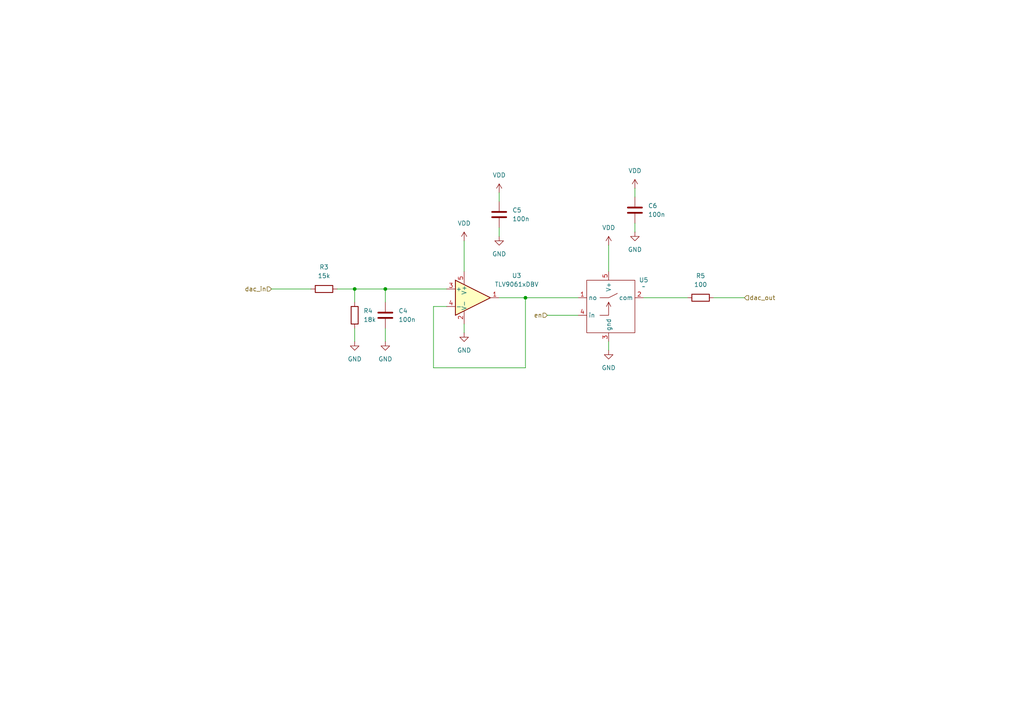
<source format=kicad_sch>
(kicad_sch
	(version 20250114)
	(generator "eeschema")
	(generator_version "9.0")
	(uuid "6f52fac6-1548-4c50-8bbe-88447ed0e10f")
	(paper "A4")
	(lib_symbols
		(symbol "Amplifier_Operational:TLV9061xDBV"
			(pin_names
				(offset 0.127)
			)
			(exclude_from_sim no)
			(in_bom yes)
			(on_board yes)
			(property "Reference" "U"
				(at -1.27 6.35 0)
				(effects
					(font
						(size 1.27 1.27)
					)
					(justify left)
				)
			)
			(property "Value" "TLV9061xDBV"
				(at -1.27 3.81 0)
				(effects
					(font
						(size 1.27 1.27)
					)
					(justify left)
				)
			)
			(property "Footprint" "Package_TO_SOT_SMD:SOT-23-5"
				(at -15.24 -19.05 0)
				(effects
					(font
						(size 1.27 1.27)
					)
					(justify left)
					(hide yes)
				)
			)
			(property "Datasheet" "https://www.ti.com/lit/ds/symlink/tlv9061.pdf"
				(at 0 20.32 0)
				(effects
					(font
						(size 1.27 1.27)
					)
					(hide yes)
				)
			)
			(property "Description" "10-MHz, RRIO, CMOS Operational Amplifiers for Cost-Sensitive Systems, SOT-23-5"
				(at 0 0 0)
				(effects
					(font
						(size 1.27 1.27)
					)
					(hide yes)
				)
			)
			(property "ki_keywords" "single opamp rail to rail input output"
				(at 0 0 0)
				(effects
					(font
						(size 1.27 1.27)
					)
					(hide yes)
				)
			)
			(property "ki_fp_filters" "SOT?23*"
				(at 0 0 0)
				(effects
					(font
						(size 1.27 1.27)
					)
					(hide yes)
				)
			)
			(symbol "TLV9061xDBV_0_1"
				(polyline
					(pts
						(xy -5.08 5.08) (xy 5.08 0) (xy -5.08 -5.08) (xy -5.08 5.08)
					)
					(stroke
						(width 0.254)
						(type default)
					)
					(fill
						(type background)
					)
				)
				(pin power_in line
					(at -2.54 7.62 270)
					(length 3.81)
					(name "V+"
						(effects
							(font
								(size 1.27 1.27)
							)
						)
					)
					(number "5"
						(effects
							(font
								(size 1.27 1.27)
							)
						)
					)
				)
				(pin power_in line
					(at -2.54 -7.62 90)
					(length 3.81)
					(name "V-"
						(effects
							(font
								(size 1.27 1.27)
							)
						)
					)
					(number "2"
						(effects
							(font
								(size 1.27 1.27)
							)
						)
					)
				)
			)
			(symbol "TLV9061xDBV_1_1"
				(pin input line
					(at -7.62 2.54 0)
					(length 2.54)
					(name "+"
						(effects
							(font
								(size 1.27 1.27)
							)
						)
					)
					(number "3"
						(effects
							(font
								(size 1.27 1.27)
							)
						)
					)
				)
				(pin input line
					(at -7.62 -2.54 0)
					(length 2.54)
					(name "-"
						(effects
							(font
								(size 1.27 1.27)
							)
						)
					)
					(number "4"
						(effects
							(font
								(size 1.27 1.27)
							)
						)
					)
				)
				(pin output line
					(at 7.62 0 180)
					(length 2.54)
					(name "~"
						(effects
							(font
								(size 1.27 1.27)
							)
						)
					)
					(number "1"
						(effects
							(font
								(size 1.27 1.27)
							)
						)
					)
				)
			)
			(embedded_fonts no)
		)
		(symbol "Device:C"
			(pin_numbers
				(hide yes)
			)
			(pin_names
				(offset 0.254)
			)
			(exclude_from_sim no)
			(in_bom yes)
			(on_board yes)
			(property "Reference" "C"
				(at 0.635 2.54 0)
				(effects
					(font
						(size 1.27 1.27)
					)
					(justify left)
				)
			)
			(property "Value" "C"
				(at 0.635 -2.54 0)
				(effects
					(font
						(size 1.27 1.27)
					)
					(justify left)
				)
			)
			(property "Footprint" ""
				(at 0.9652 -3.81 0)
				(effects
					(font
						(size 1.27 1.27)
					)
					(hide yes)
				)
			)
			(property "Datasheet" "~"
				(at 0 0 0)
				(effects
					(font
						(size 1.27 1.27)
					)
					(hide yes)
				)
			)
			(property "Description" "Unpolarized capacitor"
				(at 0 0 0)
				(effects
					(font
						(size 1.27 1.27)
					)
					(hide yes)
				)
			)
			(property "ki_keywords" "cap capacitor"
				(at 0 0 0)
				(effects
					(font
						(size 1.27 1.27)
					)
					(hide yes)
				)
			)
			(property "ki_fp_filters" "C_*"
				(at 0 0 0)
				(effects
					(font
						(size 1.27 1.27)
					)
					(hide yes)
				)
			)
			(symbol "C_0_1"
				(polyline
					(pts
						(xy -2.032 0.762) (xy 2.032 0.762)
					)
					(stroke
						(width 0.508)
						(type default)
					)
					(fill
						(type none)
					)
				)
				(polyline
					(pts
						(xy -2.032 -0.762) (xy 2.032 -0.762)
					)
					(stroke
						(width 0.508)
						(type default)
					)
					(fill
						(type none)
					)
				)
			)
			(symbol "C_1_1"
				(pin passive line
					(at 0 3.81 270)
					(length 2.794)
					(name "~"
						(effects
							(font
								(size 1.27 1.27)
							)
						)
					)
					(number "1"
						(effects
							(font
								(size 1.27 1.27)
							)
						)
					)
				)
				(pin passive line
					(at 0 -3.81 90)
					(length 2.794)
					(name "~"
						(effects
							(font
								(size 1.27 1.27)
							)
						)
					)
					(number "2"
						(effects
							(font
								(size 1.27 1.27)
							)
						)
					)
				)
			)
			(embedded_fonts no)
		)
		(symbol "Device:R"
			(pin_numbers
				(hide yes)
			)
			(pin_names
				(offset 0)
			)
			(exclude_from_sim no)
			(in_bom yes)
			(on_board yes)
			(property "Reference" "R"
				(at 2.032 0 90)
				(effects
					(font
						(size 1.27 1.27)
					)
				)
			)
			(property "Value" "R"
				(at 0 0 90)
				(effects
					(font
						(size 1.27 1.27)
					)
				)
			)
			(property "Footprint" ""
				(at -1.778 0 90)
				(effects
					(font
						(size 1.27 1.27)
					)
					(hide yes)
				)
			)
			(property "Datasheet" "~"
				(at 0 0 0)
				(effects
					(font
						(size 1.27 1.27)
					)
					(hide yes)
				)
			)
			(property "Description" "Resistor"
				(at 0 0 0)
				(effects
					(font
						(size 1.27 1.27)
					)
					(hide yes)
				)
			)
			(property "ki_keywords" "R res resistor"
				(at 0 0 0)
				(effects
					(font
						(size 1.27 1.27)
					)
					(hide yes)
				)
			)
			(property "ki_fp_filters" "R_*"
				(at 0 0 0)
				(effects
					(font
						(size 1.27 1.27)
					)
					(hide yes)
				)
			)
			(symbol "R_0_1"
				(rectangle
					(start -1.016 -2.54)
					(end 1.016 2.54)
					(stroke
						(width 0.254)
						(type default)
					)
					(fill
						(type none)
					)
				)
			)
			(symbol "R_1_1"
				(pin passive line
					(at 0 3.81 270)
					(length 1.27)
					(name "~"
						(effects
							(font
								(size 1.27 1.27)
							)
						)
					)
					(number "1"
						(effects
							(font
								(size 1.27 1.27)
							)
						)
					)
				)
				(pin passive line
					(at 0 -3.81 90)
					(length 1.27)
					(name "~"
						(effects
							(font
								(size 1.27 1.27)
							)
						)
					)
					(number "2"
						(effects
							(font
								(size 1.27 1.27)
							)
						)
					)
				)
			)
			(embedded_fonts no)
		)
		(symbol "power:GND"
			(power)
			(pin_numbers
				(hide yes)
			)
			(pin_names
				(offset 0)
				(hide yes)
			)
			(exclude_from_sim no)
			(in_bom yes)
			(on_board yes)
			(property "Reference" "#PWR"
				(at 0 -6.35 0)
				(effects
					(font
						(size 1.27 1.27)
					)
					(hide yes)
				)
			)
			(property "Value" "GND"
				(at 0 -3.81 0)
				(effects
					(font
						(size 1.27 1.27)
					)
				)
			)
			(property "Footprint" ""
				(at 0 0 0)
				(effects
					(font
						(size 1.27 1.27)
					)
					(hide yes)
				)
			)
			(property "Datasheet" ""
				(at 0 0 0)
				(effects
					(font
						(size 1.27 1.27)
					)
					(hide yes)
				)
			)
			(property "Description" "Power symbol creates a global label with name \"GND\" , ground"
				(at 0 0 0)
				(effects
					(font
						(size 1.27 1.27)
					)
					(hide yes)
				)
			)
			(property "ki_keywords" "global power"
				(at 0 0 0)
				(effects
					(font
						(size 1.27 1.27)
					)
					(hide yes)
				)
			)
			(symbol "GND_0_1"
				(polyline
					(pts
						(xy 0 0) (xy 0 -1.27) (xy 1.27 -1.27) (xy 0 -2.54) (xy -1.27 -1.27) (xy 0 -1.27)
					)
					(stroke
						(width 0)
						(type default)
					)
					(fill
						(type none)
					)
				)
			)
			(symbol "GND_1_1"
				(pin power_in line
					(at 0 0 270)
					(length 0)
					(name "~"
						(effects
							(font
								(size 1.27 1.27)
							)
						)
					)
					(number "1"
						(effects
							(font
								(size 1.27 1.27)
							)
						)
					)
				)
			)
			(embedded_fonts no)
		)
		(symbol "power:VDD"
			(power)
			(pin_numbers
				(hide yes)
			)
			(pin_names
				(offset 0)
				(hide yes)
			)
			(exclude_from_sim no)
			(in_bom yes)
			(on_board yes)
			(property "Reference" "#PWR"
				(at 0 -3.81 0)
				(effects
					(font
						(size 1.27 1.27)
					)
					(hide yes)
				)
			)
			(property "Value" "VDD"
				(at 0 3.556 0)
				(effects
					(font
						(size 1.27 1.27)
					)
				)
			)
			(property "Footprint" ""
				(at 0 0 0)
				(effects
					(font
						(size 1.27 1.27)
					)
					(hide yes)
				)
			)
			(property "Datasheet" ""
				(at 0 0 0)
				(effects
					(font
						(size 1.27 1.27)
					)
					(hide yes)
				)
			)
			(property "Description" "Power symbol creates a global label with name \"VDD\""
				(at 0 0 0)
				(effects
					(font
						(size 1.27 1.27)
					)
					(hide yes)
				)
			)
			(property "ki_keywords" "global power"
				(at 0 0 0)
				(effects
					(font
						(size 1.27 1.27)
					)
					(hide yes)
				)
			)
			(symbol "VDD_0_1"
				(polyline
					(pts
						(xy -0.762 1.27) (xy 0 2.54)
					)
					(stroke
						(width 0)
						(type default)
					)
					(fill
						(type none)
					)
				)
				(polyline
					(pts
						(xy 0 2.54) (xy 0.762 1.27)
					)
					(stroke
						(width 0)
						(type default)
					)
					(fill
						(type none)
					)
				)
				(polyline
					(pts
						(xy 0 0) (xy 0 2.54)
					)
					(stroke
						(width 0)
						(type default)
					)
					(fill
						(type none)
					)
				)
			)
			(symbol "VDD_1_1"
				(pin power_in line
					(at 0 0 90)
					(length 0)
					(name "~"
						(effects
							(font
								(size 1.27 1.27)
							)
						)
					)
					(number "1"
						(effects
							(font
								(size 1.27 1.27)
							)
						)
					)
				)
			)
			(embedded_fonts no)
		)
		(symbol "ps5a3066:PS5A3066"
			(exclude_from_sim no)
			(in_bom yes)
			(on_board yes)
			(property "Reference" "U"
				(at 5.842 7.874 0)
				(effects
					(font
						(size 1.27 1.27)
					)
				)
			)
			(property "Value" ""
				(at 0 0 0)
				(effects
					(font
						(size 1.27 1.27)
					)
				)
			)
			(property "Footprint" ""
				(at 0 0 0)
				(effects
					(font
						(size 1.27 1.27)
					)
					(hide yes)
				)
			)
			(property "Datasheet" ""
				(at 0 0 0)
				(effects
					(font
						(size 1.27 1.27)
					)
					(hide yes)
				)
			)
			(property "Description" ""
				(at 0 0 0)
				(effects
					(font
						(size 1.27 1.27)
					)
					(hide yes)
				)
			)
			(symbol "PS5A3066_0_1"
				(rectangle
					(start -6.35 5.08)
					(end 7.62 -10.16)
					(stroke
						(width 0)
						(type default)
					)
					(fill
						(type none)
					)
				)
				(polyline
					(pts
						(xy -2.54 0) (xy 0 0) (xy 2.54 1.27)
					)
					(stroke
						(width 0)
						(type default)
					)
					(fill
						(type none)
					)
				)
				(polyline
					(pts
						(xy -2.54 -5.08) (xy 0 -5.08) (xy 0 -1.27) (xy -0.635 -2.54)
					)
					(stroke
						(width 0)
						(type default)
					)
					(fill
						(type none)
					)
				)
				(polyline
					(pts
						(xy 0 -1.27) (xy 0.635 -2.54)
					)
					(stroke
						(width 0)
						(type default)
					)
					(fill
						(type none)
					)
				)
			)
			(symbol "PS5A3066_1_1"
				(pin bidirectional line
					(at -8.89 0 0)
					(length 2.54)
					(name "no"
						(effects
							(font
								(size 1.27 1.27)
							)
						)
					)
					(number "1"
						(effects
							(font
								(size 1.27 1.27)
							)
						)
					)
				)
				(pin input line
					(at -8.89 -5.08 0)
					(length 2.54)
					(name "in"
						(effects
							(font
								(size 1.27 1.27)
							)
						)
					)
					(number "4"
						(effects
							(font
								(size 1.27 1.27)
							)
						)
					)
				)
				(pin power_in line
					(at 0 7.62 270)
					(length 2.54)
					(name "V+"
						(effects
							(font
								(size 1.27 1.27)
							)
						)
					)
					(number "5"
						(effects
							(font
								(size 1.27 1.27)
							)
						)
					)
				)
				(pin passive line
					(at 0 -12.7 90)
					(length 2.54)
					(name "gnd"
						(effects
							(font
								(size 1.27 1.27)
							)
						)
					)
					(number "3"
						(effects
							(font
								(size 1.27 1.27)
							)
						)
					)
				)
				(pin bidirectional line
					(at 10.16 0 180)
					(length 2.54)
					(name "com"
						(effects
							(font
								(size 1.27 1.27)
							)
						)
					)
					(number "2"
						(effects
							(font
								(size 1.27 1.27)
							)
						)
					)
				)
			)
			(embedded_fonts no)
		)
	)
	(junction
		(at 102.87 83.82)
		(diameter 0)
		(color 0 0 0 0)
		(uuid "5b481f80-a1bd-4881-bf73-3f970ca328b4")
	)
	(junction
		(at 152.4 86.36)
		(diameter 0)
		(color 0 0 0 0)
		(uuid "a84af52d-3917-4a7a-85fa-e9ec719c4e78")
	)
	(junction
		(at 111.76 83.82)
		(diameter 0)
		(color 0 0 0 0)
		(uuid "abb7209c-3c08-4545-86ce-889f59a4bab1")
	)
	(wire
		(pts
			(xy 176.53 99.06) (xy 176.53 101.6)
		)
		(stroke
			(width 0)
			(type default)
		)
		(uuid "075b37e1-e4c3-47d7-b4ea-2e1b5ac654ab")
	)
	(wire
		(pts
			(xy 152.4 86.36) (xy 167.64 86.36)
		)
		(stroke
			(width 0)
			(type default)
		)
		(uuid "10e25270-06c7-4de6-97d0-d6dea09ea8e1")
	)
	(wire
		(pts
			(xy 102.87 95.25) (xy 102.87 99.06)
		)
		(stroke
			(width 0)
			(type default)
		)
		(uuid "1b3493d7-0db3-45ea-9ddf-a45d5944cc58")
	)
	(wire
		(pts
			(xy 144.78 66.04) (xy 144.78 68.58)
		)
		(stroke
			(width 0)
			(type default)
		)
		(uuid "1dbfca25-1704-42c3-b84e-423e009f7ee5")
	)
	(wire
		(pts
			(xy 97.79 83.82) (xy 102.87 83.82)
		)
		(stroke
			(width 0)
			(type default)
		)
		(uuid "46cf5839-7df7-4f70-846e-1f5e198864f1")
	)
	(wire
		(pts
			(xy 111.76 83.82) (xy 111.76 87.63)
		)
		(stroke
			(width 0)
			(type default)
		)
		(uuid "4b16cb04-0ef1-4189-b5fa-b1f3f9766160")
	)
	(wire
		(pts
			(xy 102.87 83.82) (xy 111.76 83.82)
		)
		(stroke
			(width 0)
			(type default)
		)
		(uuid "57a9d5b0-e768-4b7a-a024-be9db3d17d98")
	)
	(wire
		(pts
			(xy 78.74 83.82) (xy 90.17 83.82)
		)
		(stroke
			(width 0)
			(type default)
		)
		(uuid "594a41b1-6a53-4a81-8f56-92619e4e651c")
	)
	(wire
		(pts
			(xy 134.62 93.98) (xy 134.62 96.52)
		)
		(stroke
			(width 0)
			(type default)
		)
		(uuid "71631595-7c77-447b-ab69-9d04f3bcf1a1")
	)
	(wire
		(pts
			(xy 184.15 64.77) (xy 184.15 67.31)
		)
		(stroke
			(width 0)
			(type default)
		)
		(uuid "7d20de83-5b13-486e-ab27-efef729ab2d7")
	)
	(wire
		(pts
			(xy 176.53 71.12) (xy 176.53 78.74)
		)
		(stroke
			(width 0)
			(type default)
		)
		(uuid "7db1ad81-ce54-4682-9209-be181a927273")
	)
	(wire
		(pts
			(xy 102.87 83.82) (xy 102.87 87.63)
		)
		(stroke
			(width 0)
			(type default)
		)
		(uuid "7fd78740-d4be-4cb4-8bbe-d38aab1b7324")
	)
	(wire
		(pts
			(xy 111.76 95.25) (xy 111.76 99.06)
		)
		(stroke
			(width 0)
			(type default)
		)
		(uuid "885f383b-0e86-4ee3-b601-58e1b6c6ff49")
	)
	(wire
		(pts
			(xy 186.69 86.36) (xy 199.39 86.36)
		)
		(stroke
			(width 0)
			(type default)
		)
		(uuid "8a3b85ef-42c7-4f09-8288-6b817764ef9a")
	)
	(wire
		(pts
			(xy 144.78 55.88) (xy 144.78 58.42)
		)
		(stroke
			(width 0)
			(type default)
		)
		(uuid "91529fdb-acb6-4de8-9006-9e7a0b00a4c7")
	)
	(wire
		(pts
			(xy 111.76 83.82) (xy 129.54 83.82)
		)
		(stroke
			(width 0)
			(type default)
		)
		(uuid "9b69a2b7-a638-407c-b5c4-b282e3030a6a")
	)
	(wire
		(pts
			(xy 134.62 69.85) (xy 134.62 78.74)
		)
		(stroke
			(width 0)
			(type default)
		)
		(uuid "9f759b1b-baf4-4b0f-83ab-070ef39ba0b8")
	)
	(wire
		(pts
			(xy 125.73 106.68) (xy 152.4 106.68)
		)
		(stroke
			(width 0)
			(type default)
		)
		(uuid "baa7ed64-1d0b-4510-9845-3fffdf61a235")
	)
	(wire
		(pts
			(xy 158.75 91.44) (xy 167.64 91.44)
		)
		(stroke
			(width 0)
			(type default)
		)
		(uuid "c1d012e5-429c-4d98-b083-08d449b341ff")
	)
	(wire
		(pts
			(xy 152.4 106.68) (xy 152.4 86.36)
		)
		(stroke
			(width 0)
			(type default)
		)
		(uuid "ca9672ac-affb-495f-9e13-d07eb4f3b32f")
	)
	(wire
		(pts
			(xy 184.15 54.61) (xy 184.15 57.15)
		)
		(stroke
			(width 0)
			(type default)
		)
		(uuid "cddee7d7-3a0d-469e-962e-3c783fa917b5")
	)
	(wire
		(pts
			(xy 152.4 86.36) (xy 144.78 86.36)
		)
		(stroke
			(width 0)
			(type default)
		)
		(uuid "d94e0713-72c8-4ad2-bc09-73f3a814e941")
	)
	(wire
		(pts
			(xy 207.01 86.36) (xy 215.9 86.36)
		)
		(stroke
			(width 0)
			(type default)
		)
		(uuid "e14f2b98-8076-4d80-9c7e-94e1e847e1d3")
	)
	(wire
		(pts
			(xy 129.54 88.9) (xy 125.73 88.9)
		)
		(stroke
			(width 0)
			(type default)
		)
		(uuid "e71e6caa-6bea-49e8-9095-606c97836b20")
	)
	(wire
		(pts
			(xy 125.73 88.9) (xy 125.73 106.68)
		)
		(stroke
			(width 0)
			(type default)
		)
		(uuid "f43ab751-5840-4d20-8dd8-0e1dae105f44")
	)
	(hierarchical_label "dac_out"
		(shape input)
		(at 215.9 86.36 0)
		(effects
			(font
				(size 1.27 1.27)
			)
			(justify left)
		)
		(uuid "2e31a92a-ba8f-4b0c-a422-9df58c5deacb")
	)
	(hierarchical_label "en"
		(shape input)
		(at 158.75 91.44 180)
		(effects
			(font
				(size 1.27 1.27)
			)
			(justify right)
		)
		(uuid "5af356da-7ab3-43a5-9ae5-258c2c566785")
	)
	(hierarchical_label "dac_in"
		(shape input)
		(at 78.74 83.82 180)
		(effects
			(font
				(size 1.27 1.27)
			)
			(justify right)
		)
		(uuid "d80003b4-cf66-4176-9165-9ff1e4c11614")
	)
	(symbol
		(lib_id "power:GND")
		(at 111.76 99.06 0)
		(unit 1)
		(exclude_from_sim no)
		(in_bom yes)
		(on_board yes)
		(dnp no)
		(fields_autoplaced yes)
		(uuid "08e6e27a-d5fb-45ae-a7fc-9981bc77a25d")
		(property "Reference" "#PWR024"
			(at 111.76 105.41 0)
			(effects
				(font
					(size 1.27 1.27)
				)
				(hide yes)
			)
		)
		(property "Value" "GND"
			(at 111.76 104.14 0)
			(effects
				(font
					(size 1.27 1.27)
				)
			)
		)
		(property "Footprint" ""
			(at 111.76 99.06 0)
			(effects
				(font
					(size 1.27 1.27)
				)
				(hide yes)
			)
		)
		(property "Datasheet" ""
			(at 111.76 99.06 0)
			(effects
				(font
					(size 1.27 1.27)
				)
				(hide yes)
			)
		)
		(property "Description" "Power symbol creates a global label with name \"GND\" , ground"
			(at 111.76 99.06 0)
			(effects
				(font
					(size 1.27 1.27)
				)
				(hide yes)
			)
		)
		(pin "1"
			(uuid "bdbbe479-1384-445f-a908-def85d0f7371")
		)
		(instances
			(project "override_board"
				(path "/a1ebae20-a03f-48f7-ade6-932948ccc2fb/8ad7c5a9-9a17-40ff-b15b-ca74ce2e2ebe"
					(reference "#PWR012")
					(unit 1)
				)
				(path "/a1ebae20-a03f-48f7-ade6-932948ccc2fb/ad0e2259-aa7f-479b-a2c6-a34c63c6e6a3"
					(reference "#PWR024")
					(unit 1)
				)
			)
		)
	)
	(symbol
		(lib_id "Device:R")
		(at 203.2 86.36 90)
		(unit 1)
		(exclude_from_sim no)
		(in_bom yes)
		(on_board yes)
		(dnp no)
		(fields_autoplaced yes)
		(uuid "112a4fe8-6670-45b0-8ff3-81a8325e0d6b")
		(property "Reference" "R12"
			(at 203.2 80.01 90)
			(effects
				(font
					(size 1.27 1.27)
				)
			)
		)
		(property "Value" "100"
			(at 203.2 82.55 90)
			(effects
				(font
					(size 1.27 1.27)
				)
			)
		)
		(property "Footprint" "Resistor_SMD:R_0603_1608Metric"
			(at 203.2 88.138 90)
			(effects
				(font
					(size 1.27 1.27)
				)
				(hide yes)
			)
		)
		(property "Datasheet" "~"
			(at 203.2 86.36 0)
			(effects
				(font
					(size 1.27 1.27)
				)
				(hide yes)
			)
		)
		(property "Description" "Resistor"
			(at 203.2 86.36 0)
			(effects
				(font
					(size 1.27 1.27)
				)
				(hide yes)
			)
		)
		(property "url" "https://www.digikey.com/en/products/detail/yageo/AC0603JR-07100RL/5896356"
			(at 203.2 86.36 90)
			(effects
				(font
					(size 1.27 1.27)
				)
				(hide yes)
			)
		)
		(pin "2"
			(uuid "8c51c612-6c1c-4aa4-9340-7410f1195d6d")
		)
		(pin "1"
			(uuid "03211237-f3ff-4ebc-b0f4-8ca088f56a08")
		)
		(instances
			(project "override_board"
				(path "/a1ebae20-a03f-48f7-ade6-932948ccc2fb/8ad7c5a9-9a17-40ff-b15b-ca74ce2e2ebe"
					(reference "R5")
					(unit 1)
				)
				(path "/a1ebae20-a03f-48f7-ade6-932948ccc2fb/ad0e2259-aa7f-479b-a2c6-a34c63c6e6a3"
					(reference "R12")
					(unit 1)
				)
			)
		)
	)
	(symbol
		(lib_id "power:VDD")
		(at 176.53 71.12 0)
		(unit 1)
		(exclude_from_sim no)
		(in_bom yes)
		(on_board yes)
		(dnp no)
		(fields_autoplaced yes)
		(uuid "15fc112f-fc5b-4257-8a50-d4551ba72fff")
		(property "Reference" "#PWR029"
			(at 176.53 74.93 0)
			(effects
				(font
					(size 1.27 1.27)
				)
				(hide yes)
			)
		)
		(property "Value" "VDD"
			(at 176.53 66.04 0)
			(effects
				(font
					(size 1.27 1.27)
				)
			)
		)
		(property "Footprint" ""
			(at 176.53 71.12 0)
			(effects
				(font
					(size 1.27 1.27)
				)
				(hide yes)
			)
		)
		(property "Datasheet" ""
			(at 176.53 71.12 0)
			(effects
				(font
					(size 1.27 1.27)
				)
				(hide yes)
			)
		)
		(property "Description" "Power symbol creates a global label with name \"VDD\""
			(at 176.53 71.12 0)
			(effects
				(font
					(size 1.27 1.27)
				)
				(hide yes)
			)
		)
		(pin "1"
			(uuid "dbc39c0f-16ec-4292-84fe-2c9b98a35d04")
		)
		(instances
			(project "override_board"
				(path "/a1ebae20-a03f-48f7-ade6-932948ccc2fb/8ad7c5a9-9a17-40ff-b15b-ca74ce2e2ebe"
					(reference "#PWR019")
					(unit 1)
				)
				(path "/a1ebae20-a03f-48f7-ade6-932948ccc2fb/ad0e2259-aa7f-479b-a2c6-a34c63c6e6a3"
					(reference "#PWR029")
					(unit 1)
				)
			)
		)
	)
	(symbol
		(lib_id "power:VDD")
		(at 144.78 55.88 0)
		(unit 1)
		(exclude_from_sim no)
		(in_bom yes)
		(on_board yes)
		(dnp no)
		(fields_autoplaced yes)
		(uuid "1f42d722-1d12-4722-b929-dabb71695a8a")
		(property "Reference" "#PWR027"
			(at 144.78 59.69 0)
			(effects
				(font
					(size 1.27 1.27)
				)
				(hide yes)
			)
		)
		(property "Value" "VDD"
			(at 144.78 50.8 0)
			(effects
				(font
					(size 1.27 1.27)
				)
			)
		)
		(property "Footprint" ""
			(at 144.78 55.88 0)
			(effects
				(font
					(size 1.27 1.27)
				)
				(hide yes)
			)
		)
		(property "Datasheet" ""
			(at 144.78 55.88 0)
			(effects
				(font
					(size 1.27 1.27)
				)
				(hide yes)
			)
		)
		(property "Description" "Power symbol creates a global label with name \"VDD\""
			(at 144.78 55.88 0)
			(effects
				(font
					(size 1.27 1.27)
				)
				(hide yes)
			)
		)
		(pin "1"
			(uuid "f0f06e01-16e4-4279-8e2d-79256ec5b1ce")
		)
		(instances
			(project "override_board"
				(path "/a1ebae20-a03f-48f7-ade6-932948ccc2fb/8ad7c5a9-9a17-40ff-b15b-ca74ce2e2ebe"
					(reference "#PWR015")
					(unit 1)
				)
				(path "/a1ebae20-a03f-48f7-ade6-932948ccc2fb/ad0e2259-aa7f-479b-a2c6-a34c63c6e6a3"
					(reference "#PWR027")
					(unit 1)
				)
			)
		)
	)
	(symbol
		(lib_id "Device:C")
		(at 184.15 60.96 0)
		(unit 1)
		(exclude_from_sim no)
		(in_bom yes)
		(on_board yes)
		(dnp no)
		(fields_autoplaced yes)
		(uuid "31968d6b-c50d-42fe-bad7-bfd7810387a8")
		(property "Reference" "C12"
			(at 187.96 59.6899 0)
			(effects
				(font
					(size 1.27 1.27)
				)
				(justify left)
			)
		)
		(property "Value" "100n"
			(at 187.96 62.2299 0)
			(effects
				(font
					(size 1.27 1.27)
				)
				(justify left)
			)
		)
		(property "Footprint" "Capacitor_SMD:C_0603_1608Metric"
			(at 185.1152 64.77 0)
			(effects
				(font
					(size 1.27 1.27)
				)
				(hide yes)
			)
		)
		(property "Datasheet" "~"
			(at 184.15 60.96 0)
			(effects
				(font
					(size 1.27 1.27)
				)
				(hide yes)
			)
		)
		(property "Description" "Unpolarized capacitor"
			(at 184.15 60.96 0)
			(effects
				(font
					(size 1.27 1.27)
				)
				(hide yes)
			)
		)
		(property "url" "https://www.digikey.com/en/products/detail/yageo/CC0603KRX7R7BB104/302822"
			(at 184.15 60.96 0)
			(effects
				(font
					(size 1.27 1.27)
				)
				(hide yes)
			)
		)
		(pin "1"
			(uuid "156184ba-57fe-44c5-a2a3-b7c9b0d3a494")
		)
		(pin "2"
			(uuid "62633877-3ec0-4ffc-9ec9-1f9a22b41b22")
		)
		(instances
			(project "override_board"
				(path "/a1ebae20-a03f-48f7-ade6-932948ccc2fb/8ad7c5a9-9a17-40ff-b15b-ca74ce2e2ebe"
					(reference "C6")
					(unit 1)
				)
				(path "/a1ebae20-a03f-48f7-ade6-932948ccc2fb/ad0e2259-aa7f-479b-a2c6-a34c63c6e6a3"
					(reference "C12")
					(unit 1)
				)
			)
		)
	)
	(symbol
		(lib_id "power:GND")
		(at 134.62 96.52 0)
		(unit 1)
		(exclude_from_sim no)
		(in_bom yes)
		(on_board yes)
		(dnp no)
		(fields_autoplaced yes)
		(uuid "37c9020d-3a20-4e6a-902c-35792d1aba2b")
		(property "Reference" "#PWR026"
			(at 134.62 102.87 0)
			(effects
				(font
					(size 1.27 1.27)
				)
				(hide yes)
			)
		)
		(property "Value" "GND"
			(at 134.62 101.6 0)
			(effects
				(font
					(size 1.27 1.27)
				)
			)
		)
		(property "Footprint" ""
			(at 134.62 96.52 0)
			(effects
				(font
					(size 1.27 1.27)
				)
				(hide yes)
			)
		)
		(property "Datasheet" ""
			(at 134.62 96.52 0)
			(effects
				(font
					(size 1.27 1.27)
				)
				(hide yes)
			)
		)
		(property "Description" "Power symbol creates a global label with name \"GND\" , ground"
			(at 134.62 96.52 0)
			(effects
				(font
					(size 1.27 1.27)
				)
				(hide yes)
			)
		)
		(pin "1"
			(uuid "4694312d-3dbc-4f4a-ab57-0758eac9f4ba")
		)
		(instances
			(project "override_board"
				(path "/a1ebae20-a03f-48f7-ade6-932948ccc2fb/8ad7c5a9-9a17-40ff-b15b-ca74ce2e2ebe"
					(reference "#PWR014")
					(unit 1)
				)
				(path "/a1ebae20-a03f-48f7-ade6-932948ccc2fb/ad0e2259-aa7f-479b-a2c6-a34c63c6e6a3"
					(reference "#PWR026")
					(unit 1)
				)
			)
		)
	)
	(symbol
		(lib_id "ps5a3066:PS5A3066")
		(at 176.53 86.36 0)
		(unit 1)
		(exclude_from_sim no)
		(in_bom yes)
		(on_board yes)
		(dnp no)
		(fields_autoplaced yes)
		(uuid "39075c2b-f81d-45c0-9697-c492377b3c0d")
		(property "Reference" "U6"
			(at 186.69 81.2098 0)
			(effects
				(font
					(size 1.27 1.27)
				)
			)
		)
		(property "Value" "~"
			(at 186.69 83.1149 0)
			(effects
				(font
					(size 1.27 1.27)
				)
			)
		)
		(property "Footprint" "Package_TO_SOT_SMD:SOT-23-5"
			(at 176.53 86.36 0)
			(effects
				(font
					(size 1.27 1.27)
				)
				(hide yes)
			)
		)
		(property "Datasheet" ""
			(at 176.53 86.36 0)
			(effects
				(font
					(size 1.27 1.27)
				)
				(hide yes)
			)
		)
		(property "Description" ""
			(at 176.53 86.36 0)
			(effects
				(font
					(size 1.27 1.27)
				)
				(hide yes)
			)
		)
		(property "url" "https://www.digikey.com/en/products/detail/texas-instruments/TS5A3166DBVR/716904"
			(at 176.53 86.36 0)
			(effects
				(font
					(size 1.27 1.27)
				)
				(hide yes)
			)
		)
		(pin "2"
			(uuid "0e5ea5b8-0215-4164-80ea-c0e4b7f7a78f")
		)
		(pin "1"
			(uuid "bc91c3ed-8458-43ae-9c87-4bcc99d42aaa")
		)
		(pin "4"
			(uuid "d5650bd4-3533-4b85-8196-b5d4fc8c9670")
		)
		(pin "5"
			(uuid "f38884ee-d53f-4790-929c-b14b922f3024")
		)
		(pin "3"
			(uuid "5e735fd7-c8df-4f14-ab7a-62b5609f1bf2")
		)
		(instances
			(project "override_board"
				(path "/a1ebae20-a03f-48f7-ade6-932948ccc2fb/8ad7c5a9-9a17-40ff-b15b-ca74ce2e2ebe"
					(reference "U5")
					(unit 1)
				)
				(path "/a1ebae20-a03f-48f7-ade6-932948ccc2fb/ad0e2259-aa7f-479b-a2c6-a34c63c6e6a3"
					(reference "U6")
					(unit 1)
				)
			)
		)
	)
	(symbol
		(lib_id "Device:R")
		(at 102.87 91.44 180)
		(unit 1)
		(exclude_from_sim no)
		(in_bom yes)
		(on_board yes)
		(dnp no)
		(fields_autoplaced yes)
		(uuid "546ffff6-507a-4a4a-a8f8-c2138be810f1")
		(property "Reference" "R11"
			(at 105.41 90.1699 0)
			(effects
				(font
					(size 1.27 1.27)
				)
				(justify right)
			)
		)
		(property "Value" "18k"
			(at 105.41 92.7099 0)
			(effects
				(font
					(size 1.27 1.27)
				)
				(justify right)
			)
		)
		(property "Footprint" "Resistor_SMD:R_0603_1608Metric"
			(at 104.648 91.44 90)
			(effects
				(font
					(size 1.27 1.27)
				)
				(hide yes)
			)
		)
		(property "Datasheet" "~"
			(at 102.87 91.44 0)
			(effects
				(font
					(size 1.27 1.27)
				)
				(hide yes)
			)
		)
		(property "Description" "Resistor"
			(at 102.87 91.44 0)
			(effects
				(font
					(size 1.27 1.27)
				)
				(hide yes)
			)
		)
		(property "url" "https://www.digikey.com/en/products/detail/panasonic-electronic-components/ERJ-PB3B1802V/6212896"
			(at 102.87 91.44 0)
			(effects
				(font
					(size 1.27 1.27)
				)
				(hide yes)
			)
		)
		(pin "1"
			(uuid "b4c13aaf-47f1-4682-8d73-d2dac551141b")
		)
		(pin "2"
			(uuid "06bd6859-a3e8-4dfe-9100-11c664892d60")
		)
		(instances
			(project "override_board"
				(path "/a1ebae20-a03f-48f7-ade6-932948ccc2fb/8ad7c5a9-9a17-40ff-b15b-ca74ce2e2ebe"
					(reference "R4")
					(unit 1)
				)
				(path "/a1ebae20-a03f-48f7-ade6-932948ccc2fb/ad0e2259-aa7f-479b-a2c6-a34c63c6e6a3"
					(reference "R11")
					(unit 1)
				)
			)
		)
	)
	(symbol
		(lib_id "power:GND")
		(at 102.87 99.06 0)
		(unit 1)
		(exclude_from_sim no)
		(in_bom yes)
		(on_board yes)
		(dnp no)
		(fields_autoplaced yes)
		(uuid "626ae7b0-4be0-4b27-9fbc-c79cbc7566a6")
		(property "Reference" "#PWR023"
			(at 102.87 105.41 0)
			(effects
				(font
					(size 1.27 1.27)
				)
				(hide yes)
			)
		)
		(property "Value" "GND"
			(at 102.87 104.14 0)
			(effects
				(font
					(size 1.27 1.27)
				)
			)
		)
		(property "Footprint" ""
			(at 102.87 99.06 0)
			(effects
				(font
					(size 1.27 1.27)
				)
				(hide yes)
			)
		)
		(property "Datasheet" ""
			(at 102.87 99.06 0)
			(effects
				(font
					(size 1.27 1.27)
				)
				(hide yes)
			)
		)
		(property "Description" "Power symbol creates a global label with name \"GND\" , ground"
			(at 102.87 99.06 0)
			(effects
				(font
					(size 1.27 1.27)
				)
				(hide yes)
			)
		)
		(pin "1"
			(uuid "bf704d23-a0b7-47f8-a1e5-fd0af7c0d816")
		)
		(instances
			(project "override_board"
				(path "/a1ebae20-a03f-48f7-ade6-932948ccc2fb/8ad7c5a9-9a17-40ff-b15b-ca74ce2e2ebe"
					(reference "#PWR011")
					(unit 1)
				)
				(path "/a1ebae20-a03f-48f7-ade6-932948ccc2fb/ad0e2259-aa7f-479b-a2c6-a34c63c6e6a3"
					(reference "#PWR023")
					(unit 1)
				)
			)
		)
	)
	(symbol
		(lib_id "Device:R")
		(at 93.98 83.82 90)
		(unit 1)
		(exclude_from_sim no)
		(in_bom yes)
		(on_board yes)
		(dnp no)
		(fields_autoplaced yes)
		(uuid "6d0ee7c8-2128-4474-ada8-cc128b7a4bd1")
		(property "Reference" "R10"
			(at 93.98 77.47 90)
			(effects
				(font
					(size 1.27 1.27)
				)
			)
		)
		(property "Value" "15k"
			(at 93.98 80.01 90)
			(effects
				(font
					(size 1.27 1.27)
				)
			)
		)
		(property "Footprint" "Resistor_SMD:R_0603_1608Metric"
			(at 93.98 85.598 90)
			(effects
				(font
					(size 1.27 1.27)
				)
				(hide yes)
			)
		)
		(property "Datasheet" "~"
			(at 93.98 83.82 0)
			(effects
				(font
					(size 1.27 1.27)
				)
				(hide yes)
			)
		)
		(property "Description" "Resistor"
			(at 93.98 83.82 0)
			(effects
				(font
					(size 1.27 1.27)
				)
				(hide yes)
			)
		)
		(property "url" "https://www.digikey.com/en/products/detail/panasonic-electronic-components/ERA-3AEB153V/1465882"
			(at 93.98 83.82 90)
			(effects
				(font
					(size 1.27 1.27)
				)
				(hide yes)
			)
		)
		(pin "1"
			(uuid "b1b16c23-0e5e-48ba-911d-1056e9be8ac9")
		)
		(pin "2"
			(uuid "2d898fdb-be32-4500-be2d-79f3bf50fad1")
		)
		(instances
			(project "override_board"
				(path "/a1ebae20-a03f-48f7-ade6-932948ccc2fb/8ad7c5a9-9a17-40ff-b15b-ca74ce2e2ebe"
					(reference "R3")
					(unit 1)
				)
				(path "/a1ebae20-a03f-48f7-ade6-932948ccc2fb/ad0e2259-aa7f-479b-a2c6-a34c63c6e6a3"
					(reference "R10")
					(unit 1)
				)
			)
		)
	)
	(symbol
		(lib_id "power:VDD")
		(at 134.62 69.85 0)
		(unit 1)
		(exclude_from_sim no)
		(in_bom yes)
		(on_board yes)
		(dnp no)
		(fields_autoplaced yes)
		(uuid "7d2bc681-448c-4a03-ad9b-6cd6efbae96f")
		(property "Reference" "#PWR025"
			(at 134.62 73.66 0)
			(effects
				(font
					(size 1.27 1.27)
				)
				(hide yes)
			)
		)
		(property "Value" "VDD"
			(at 134.62 64.77 0)
			(effects
				(font
					(size 1.27 1.27)
				)
			)
		)
		(property "Footprint" ""
			(at 134.62 69.85 0)
			(effects
				(font
					(size 1.27 1.27)
				)
				(hide yes)
			)
		)
		(property "Datasheet" ""
			(at 134.62 69.85 0)
			(effects
				(font
					(size 1.27 1.27)
				)
				(hide yes)
			)
		)
		(property "Description" "Power symbol creates a global label with name \"VDD\""
			(at 134.62 69.85 0)
			(effects
				(font
					(size 1.27 1.27)
				)
				(hide yes)
			)
		)
		(pin "1"
			(uuid "d14a7047-ed67-4712-b589-53baaecc78bd")
		)
		(instances
			(project "override_board"
				(path "/a1ebae20-a03f-48f7-ade6-932948ccc2fb/8ad7c5a9-9a17-40ff-b15b-ca74ce2e2ebe"
					(reference "#PWR013")
					(unit 1)
				)
				(path "/a1ebae20-a03f-48f7-ade6-932948ccc2fb/ad0e2259-aa7f-479b-a2c6-a34c63c6e6a3"
					(reference "#PWR025")
					(unit 1)
				)
			)
		)
	)
	(symbol
		(lib_id "Device:C")
		(at 111.76 91.44 0)
		(unit 1)
		(exclude_from_sim no)
		(in_bom yes)
		(on_board yes)
		(dnp no)
		(fields_autoplaced yes)
		(uuid "8aa73622-ede1-4a61-9d46-c77e8638fdaa")
		(property "Reference" "C10"
			(at 115.57 90.1699 0)
			(effects
				(font
					(size 1.27 1.27)
				)
				(justify left)
			)
		)
		(property "Value" "100n"
			(at 115.57 92.7099 0)
			(effects
				(font
					(size 1.27 1.27)
				)
				(justify left)
			)
		)
		(property "Footprint" "Capacitor_SMD:C_0603_1608Metric"
			(at 112.7252 95.25 0)
			(effects
				(font
					(size 1.27 1.27)
				)
				(hide yes)
			)
		)
		(property "Datasheet" "~"
			(at 111.76 91.44 0)
			(effects
				(font
					(size 1.27 1.27)
				)
				(hide yes)
			)
		)
		(property "Description" "Unpolarized capacitor"
			(at 111.76 91.44 0)
			(effects
				(font
					(size 1.27 1.27)
				)
				(hide yes)
			)
		)
		(property "url" "https://www.digikey.com/en/products/detail/yageo/CC0603KRX7R7BB104/302822"
			(at 111.76 91.44 0)
			(effects
				(font
					(size 1.27 1.27)
				)
				(hide yes)
			)
		)
		(pin "1"
			(uuid "8f8ef49b-cafa-44b3-8ef0-6574b883e24a")
		)
		(pin "2"
			(uuid "b12d60a3-48bc-4e18-b798-79e256df4efb")
		)
		(instances
			(project "override_board"
				(path "/a1ebae20-a03f-48f7-ade6-932948ccc2fb/8ad7c5a9-9a17-40ff-b15b-ca74ce2e2ebe"
					(reference "C4")
					(unit 1)
				)
				(path "/a1ebae20-a03f-48f7-ade6-932948ccc2fb/ad0e2259-aa7f-479b-a2c6-a34c63c6e6a3"
					(reference "C10")
					(unit 1)
				)
			)
		)
	)
	(symbol
		(lib_id "power:GND")
		(at 144.78 68.58 0)
		(unit 1)
		(exclude_from_sim no)
		(in_bom yes)
		(on_board yes)
		(dnp no)
		(fields_autoplaced yes)
		(uuid "8ae7d8cd-b81b-4407-a361-a0eb02523d5a")
		(property "Reference" "#PWR028"
			(at 144.78 74.93 0)
			(effects
				(font
					(size 1.27 1.27)
				)
				(hide yes)
			)
		)
		(property "Value" "GND"
			(at 144.78 73.66 0)
			(effects
				(font
					(size 1.27 1.27)
				)
			)
		)
		(property "Footprint" ""
			(at 144.78 68.58 0)
			(effects
				(font
					(size 1.27 1.27)
				)
				(hide yes)
			)
		)
		(property "Datasheet" ""
			(at 144.78 68.58 0)
			(effects
				(font
					(size 1.27 1.27)
				)
				(hide yes)
			)
		)
		(property "Description" "Power symbol creates a global label with name \"GND\" , ground"
			(at 144.78 68.58 0)
			(effects
				(font
					(size 1.27 1.27)
				)
				(hide yes)
			)
		)
		(pin "1"
			(uuid "9d626819-ce74-43c4-bf90-e6efc98c7f7b")
		)
		(instances
			(project "override_board"
				(path "/a1ebae20-a03f-48f7-ade6-932948ccc2fb/8ad7c5a9-9a17-40ff-b15b-ca74ce2e2ebe"
					(reference "#PWR016")
					(unit 1)
				)
				(path "/a1ebae20-a03f-48f7-ade6-932948ccc2fb/ad0e2259-aa7f-479b-a2c6-a34c63c6e6a3"
					(reference "#PWR028")
					(unit 1)
				)
			)
		)
	)
	(symbol
		(lib_id "Device:C")
		(at 144.78 62.23 0)
		(unit 1)
		(exclude_from_sim no)
		(in_bom yes)
		(on_board yes)
		(dnp no)
		(fields_autoplaced yes)
		(uuid "9a81a5a0-c5b0-490e-a814-c10530c7ff2c")
		(property "Reference" "C11"
			(at 148.59 60.9599 0)
			(effects
				(font
					(size 1.27 1.27)
				)
				(justify left)
			)
		)
		(property "Value" "100n"
			(at 148.59 63.4999 0)
			(effects
				(font
					(size 1.27 1.27)
				)
				(justify left)
			)
		)
		(property "Footprint" "Capacitor_SMD:C_0603_1608Metric"
			(at 145.7452 66.04 0)
			(effects
				(font
					(size 1.27 1.27)
				)
				(hide yes)
			)
		)
		(property "Datasheet" "~"
			(at 144.78 62.23 0)
			(effects
				(font
					(size 1.27 1.27)
				)
				(hide yes)
			)
		)
		(property "Description" "Unpolarized capacitor"
			(at 144.78 62.23 0)
			(effects
				(font
					(size 1.27 1.27)
				)
				(hide yes)
			)
		)
		(property "url" "https://www.digikey.com/en/products/detail/yageo/CC0603KRX7R7BB104/302822"
			(at 144.78 62.23 0)
			(effects
				(font
					(size 1.27 1.27)
				)
				(hide yes)
			)
		)
		(pin "1"
			(uuid "a0f59288-a6b7-4970-8360-f1500cf33bca")
		)
		(pin "2"
			(uuid "8215ddf9-373f-44ad-a830-ba29b28c2323")
		)
		(instances
			(project "override_board"
				(path "/a1ebae20-a03f-48f7-ade6-932948ccc2fb/8ad7c5a9-9a17-40ff-b15b-ca74ce2e2ebe"
					(reference "C5")
					(unit 1)
				)
				(path "/a1ebae20-a03f-48f7-ade6-932948ccc2fb/ad0e2259-aa7f-479b-a2c6-a34c63c6e6a3"
					(reference "C11")
					(unit 1)
				)
			)
		)
	)
	(symbol
		(lib_id "power:VDD")
		(at 184.15 54.61 0)
		(unit 1)
		(exclude_from_sim no)
		(in_bom yes)
		(on_board yes)
		(dnp no)
		(fields_autoplaced yes)
		(uuid "aab3ea4d-9346-4173-a51f-81b8bb60db6c")
		(property "Reference" "#PWR031"
			(at 184.15 58.42 0)
			(effects
				(font
					(size 1.27 1.27)
				)
				(hide yes)
			)
		)
		(property "Value" "VDD"
			(at 184.15 49.53 0)
			(effects
				(font
					(size 1.27 1.27)
				)
			)
		)
		(property "Footprint" ""
			(at 184.15 54.61 0)
			(effects
				(font
					(size 1.27 1.27)
				)
				(hide yes)
			)
		)
		(property "Datasheet" ""
			(at 184.15 54.61 0)
			(effects
				(font
					(size 1.27 1.27)
				)
				(hide yes)
			)
		)
		(property "Description" "Power symbol creates a global label with name \"VDD\""
			(at 184.15 54.61 0)
			(effects
				(font
					(size 1.27 1.27)
				)
				(hide yes)
			)
		)
		(pin "1"
			(uuid "a3337251-f49f-441b-815d-9c77be29f8e0")
		)
		(instances
			(project "override_board"
				(path "/a1ebae20-a03f-48f7-ade6-932948ccc2fb/8ad7c5a9-9a17-40ff-b15b-ca74ce2e2ebe"
					(reference "#PWR021")
					(unit 1)
				)
				(path "/a1ebae20-a03f-48f7-ade6-932948ccc2fb/ad0e2259-aa7f-479b-a2c6-a34c63c6e6a3"
					(reference "#PWR031")
					(unit 1)
				)
			)
		)
	)
	(symbol
		(lib_id "Amplifier_Operational:TLV9061xDBV")
		(at 137.16 86.36 0)
		(unit 1)
		(exclude_from_sim no)
		(in_bom yes)
		(on_board yes)
		(dnp no)
		(fields_autoplaced yes)
		(uuid "af6c98f4-e106-4c80-a557-a8acdb7646e4")
		(property "Reference" "U4"
			(at 149.86 79.9398 0)
			(effects
				(font
					(size 1.27 1.27)
				)
			)
		)
		(property "Value" "TLV9061xDBV"
			(at 149.86 82.4798 0)
			(effects
				(font
					(size 1.27 1.27)
				)
			)
		)
		(property "Footprint" "Package_TO_SOT_SMD:SOT-23-5"
			(at 121.92 105.41 0)
			(effects
				(font
					(size 1.27 1.27)
				)
				(justify left)
				(hide yes)
			)
		)
		(property "Datasheet" "https://www.ti.com/lit/ds/symlink/tlv9061.pdf"
			(at 137.16 66.04 0)
			(effects
				(font
					(size 1.27 1.27)
				)
				(hide yes)
			)
		)
		(property "Description" "10-MHz, RRIO, CMOS Operational Amplifiers for Cost-Sensitive Systems, SOT-23-5"
			(at 137.16 86.36 0)
			(effects
				(font
					(size 1.27 1.27)
				)
				(hide yes)
			)
		)
		(property "url" "https://www.digikey.com/en/products/detail/texas-instruments/TLV9061IDBVR/9771994"
			(at 137.16 86.36 0)
			(effects
				(font
					(size 1.27 1.27)
				)
				(hide yes)
			)
		)
		(pin "3"
			(uuid "8f3d4976-e44b-4d5d-9b64-3709c316d307")
		)
		(pin "2"
			(uuid "b079c7d4-69b4-4be0-8e67-e8370c3277dc")
		)
		(pin "4"
			(uuid "1794b50f-68f6-498f-9a1b-df936959d201")
		)
		(pin "1"
			(uuid "16f734f7-69b0-4953-8225-8776bcb4de62")
		)
		(pin "5"
			(uuid "5188854a-5fb1-4254-9615-92eb8af2737e")
		)
		(instances
			(project "override_board"
				(path "/a1ebae20-a03f-48f7-ade6-932948ccc2fb/8ad7c5a9-9a17-40ff-b15b-ca74ce2e2ebe"
					(reference "U3")
					(unit 1)
				)
				(path "/a1ebae20-a03f-48f7-ade6-932948ccc2fb/ad0e2259-aa7f-479b-a2c6-a34c63c6e6a3"
					(reference "U4")
					(unit 1)
				)
			)
		)
	)
	(symbol
		(lib_id "power:GND")
		(at 176.53 101.6 0)
		(unit 1)
		(exclude_from_sim no)
		(in_bom yes)
		(on_board yes)
		(dnp no)
		(fields_autoplaced yes)
		(uuid "e57d4b18-c3c5-4394-88c0-8706afc8aabd")
		(property "Reference" "#PWR030"
			(at 176.53 107.95 0)
			(effects
				(font
					(size 1.27 1.27)
				)
				(hide yes)
			)
		)
		(property "Value" "GND"
			(at 176.53 106.68 0)
			(effects
				(font
					(size 1.27 1.27)
				)
			)
		)
		(property "Footprint" ""
			(at 176.53 101.6 0)
			(effects
				(font
					(size 1.27 1.27)
				)
				(hide yes)
			)
		)
		(property "Datasheet" ""
			(at 176.53 101.6 0)
			(effects
				(font
					(size 1.27 1.27)
				)
				(hide yes)
			)
		)
		(property "Description" "Power symbol creates a global label with name \"GND\" , ground"
			(at 176.53 101.6 0)
			(effects
				(font
					(size 1.27 1.27)
				)
				(hide yes)
			)
		)
		(pin "1"
			(uuid "3ff7dc2f-6136-4794-8e20-0fc2d25d7107")
		)
		(instances
			(project "override_board"
				(path "/a1ebae20-a03f-48f7-ade6-932948ccc2fb/8ad7c5a9-9a17-40ff-b15b-ca74ce2e2ebe"
					(reference "#PWR020")
					(unit 1)
				)
				(path "/a1ebae20-a03f-48f7-ade6-932948ccc2fb/ad0e2259-aa7f-479b-a2c6-a34c63c6e6a3"
					(reference "#PWR030")
					(unit 1)
				)
			)
		)
	)
	(symbol
		(lib_id "power:GND")
		(at 184.15 67.31 0)
		(unit 1)
		(exclude_from_sim no)
		(in_bom yes)
		(on_board yes)
		(dnp no)
		(fields_autoplaced yes)
		(uuid "e6bd43a0-16ee-43c1-b6ed-d11b2c77577a")
		(property "Reference" "#PWR032"
			(at 184.15 73.66 0)
			(effects
				(font
					(size 1.27 1.27)
				)
				(hide yes)
			)
		)
		(property "Value" "GND"
			(at 184.15 72.39 0)
			(effects
				(font
					(size 1.27 1.27)
				)
			)
		)
		(property "Footprint" ""
			(at 184.15 67.31 0)
			(effects
				(font
					(size 1.27 1.27)
				)
				(hide yes)
			)
		)
		(property "Datasheet" ""
			(at 184.15 67.31 0)
			(effects
				(font
					(size 1.27 1.27)
				)
				(hide yes)
			)
		)
		(property "Description" "Power symbol creates a global label with name \"GND\" , ground"
			(at 184.15 67.31 0)
			(effects
				(font
					(size 1.27 1.27)
				)
				(hide yes)
			)
		)
		(pin "1"
			(uuid "fe3ddb74-6526-432c-adea-4961044b5f96")
		)
		(instances
			(project "override_board"
				(path "/a1ebae20-a03f-48f7-ade6-932948ccc2fb/8ad7c5a9-9a17-40ff-b15b-ca74ce2e2ebe"
					(reference "#PWR022")
					(unit 1)
				)
				(path "/a1ebae20-a03f-48f7-ade6-932948ccc2fb/ad0e2259-aa7f-479b-a2c6-a34c63c6e6a3"
					(reference "#PWR032")
					(unit 1)
				)
			)
		)
	)
)

</source>
